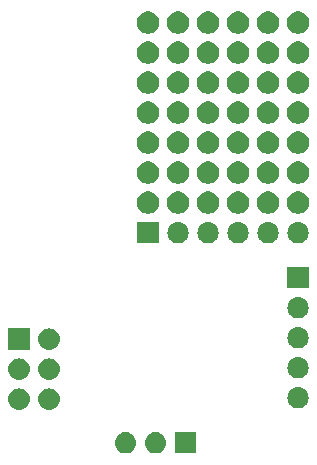
<source format=gbr>
G04 #@! TF.GenerationSoftware,KiCad,Pcbnew,5.1.2*
G04 #@! TF.CreationDate,2019-05-25T23:05:01-04:00*
G04 #@! TF.ProjectId,skateboardController,736b6174-6562-46f6-9172-64436f6e7472,rev?*
G04 #@! TF.SameCoordinates,Original*
G04 #@! TF.FileFunction,Soldermask,Bot*
G04 #@! TF.FilePolarity,Negative*
%FSLAX46Y46*%
G04 Gerber Fmt 4.6, Leading zero omitted, Abs format (unit mm)*
G04 Created by KiCad (PCBNEW 5.1.2) date 2019-05-25 23:05:01*
%MOMM*%
%LPD*%
G04 APERTURE LIST*
%ADD10C,0.100000*%
G04 APERTURE END LIST*
D10*
G36*
X84565442Y-115945518D02*
G01*
X84631627Y-115952037D01*
X84801466Y-116003557D01*
X84957991Y-116087222D01*
X84993729Y-116116552D01*
X85095186Y-116199814D01*
X85178448Y-116301271D01*
X85207778Y-116337009D01*
X85291443Y-116493534D01*
X85342963Y-116663373D01*
X85360359Y-116840000D01*
X85342963Y-117016627D01*
X85291443Y-117186466D01*
X85207778Y-117342991D01*
X85178448Y-117378729D01*
X85095186Y-117480186D01*
X84993729Y-117563448D01*
X84957991Y-117592778D01*
X84801466Y-117676443D01*
X84631627Y-117727963D01*
X84565442Y-117734482D01*
X84499260Y-117741000D01*
X84410740Y-117741000D01*
X84344558Y-117734482D01*
X84278373Y-117727963D01*
X84108534Y-117676443D01*
X83952009Y-117592778D01*
X83916271Y-117563448D01*
X83814814Y-117480186D01*
X83731552Y-117378729D01*
X83702222Y-117342991D01*
X83618557Y-117186466D01*
X83567037Y-117016627D01*
X83549641Y-116840000D01*
X83567037Y-116663373D01*
X83618557Y-116493534D01*
X83702222Y-116337009D01*
X83731552Y-116301271D01*
X83814814Y-116199814D01*
X83916271Y-116116552D01*
X83952009Y-116087222D01*
X84108534Y-116003557D01*
X84278373Y-115952037D01*
X84344558Y-115945518D01*
X84410740Y-115939000D01*
X84499260Y-115939000D01*
X84565442Y-115945518D01*
X84565442Y-115945518D01*
G37*
G36*
X90436000Y-117741000D02*
G01*
X88634000Y-117741000D01*
X88634000Y-115939000D01*
X90436000Y-115939000D01*
X90436000Y-117741000D01*
X90436000Y-117741000D01*
G37*
G36*
X87105442Y-115945518D02*
G01*
X87171627Y-115952037D01*
X87341466Y-116003557D01*
X87497991Y-116087222D01*
X87533729Y-116116552D01*
X87635186Y-116199814D01*
X87718448Y-116301271D01*
X87747778Y-116337009D01*
X87831443Y-116493534D01*
X87882963Y-116663373D01*
X87900359Y-116840000D01*
X87882963Y-117016627D01*
X87831443Y-117186466D01*
X87747778Y-117342991D01*
X87718448Y-117378729D01*
X87635186Y-117480186D01*
X87533729Y-117563448D01*
X87497991Y-117592778D01*
X87341466Y-117676443D01*
X87171627Y-117727963D01*
X87105442Y-117734482D01*
X87039260Y-117741000D01*
X86950740Y-117741000D01*
X86884558Y-117734482D01*
X86818373Y-117727963D01*
X86648534Y-117676443D01*
X86492009Y-117592778D01*
X86456271Y-117563448D01*
X86354814Y-117480186D01*
X86271552Y-117378729D01*
X86242222Y-117342991D01*
X86158557Y-117186466D01*
X86107037Y-117016627D01*
X86089641Y-116840000D01*
X86107037Y-116663373D01*
X86158557Y-116493534D01*
X86242222Y-116337009D01*
X86271552Y-116301271D01*
X86354814Y-116199814D01*
X86456271Y-116116552D01*
X86492009Y-116087222D01*
X86648534Y-116003557D01*
X86818373Y-115952037D01*
X86884558Y-115945518D01*
X86950740Y-115939000D01*
X87039260Y-115939000D01*
X87105442Y-115945518D01*
X87105442Y-115945518D01*
G37*
G36*
X78157294Y-112255633D02*
G01*
X78329695Y-112307931D01*
X78488583Y-112392858D01*
X78627849Y-112507151D01*
X78742142Y-112646417D01*
X78827069Y-112805305D01*
X78879367Y-112977706D01*
X78897025Y-113157000D01*
X78879367Y-113336294D01*
X78827069Y-113508695D01*
X78742142Y-113667583D01*
X78627849Y-113806849D01*
X78488583Y-113921142D01*
X78329695Y-114006069D01*
X78157294Y-114058367D01*
X78022931Y-114071600D01*
X77933069Y-114071600D01*
X77798706Y-114058367D01*
X77626305Y-114006069D01*
X77467417Y-113921142D01*
X77328151Y-113806849D01*
X77213858Y-113667583D01*
X77128931Y-113508695D01*
X77076633Y-113336294D01*
X77058975Y-113157000D01*
X77076633Y-112977706D01*
X77128931Y-112805305D01*
X77213858Y-112646417D01*
X77328151Y-112507151D01*
X77467417Y-112392858D01*
X77626305Y-112307931D01*
X77798706Y-112255633D01*
X77933069Y-112242400D01*
X78022931Y-112242400D01*
X78157294Y-112255633D01*
X78157294Y-112255633D01*
G37*
G36*
X75617294Y-112255633D02*
G01*
X75789695Y-112307931D01*
X75948583Y-112392858D01*
X76087849Y-112507151D01*
X76202142Y-112646417D01*
X76287069Y-112805305D01*
X76339367Y-112977706D01*
X76357025Y-113157000D01*
X76339367Y-113336294D01*
X76287069Y-113508695D01*
X76202142Y-113667583D01*
X76087849Y-113806849D01*
X75948583Y-113921142D01*
X75789695Y-114006069D01*
X75617294Y-114058367D01*
X75482931Y-114071600D01*
X75393069Y-114071600D01*
X75258706Y-114058367D01*
X75086305Y-114006069D01*
X74927417Y-113921142D01*
X74788151Y-113806849D01*
X74673858Y-113667583D01*
X74588931Y-113508695D01*
X74536633Y-113336294D01*
X74518975Y-113157000D01*
X74536633Y-112977706D01*
X74588931Y-112805305D01*
X74673858Y-112646417D01*
X74788151Y-112507151D01*
X74927417Y-112392858D01*
X75086305Y-112307931D01*
X75258706Y-112255633D01*
X75393069Y-112242400D01*
X75482931Y-112242400D01*
X75617294Y-112255633D01*
X75617294Y-112255633D01*
G37*
G36*
X99170443Y-112135519D02*
G01*
X99236627Y-112142037D01*
X99406466Y-112193557D01*
X99562991Y-112277222D01*
X99598729Y-112306552D01*
X99700186Y-112389814D01*
X99783448Y-112491271D01*
X99812778Y-112527009D01*
X99896443Y-112683534D01*
X99947963Y-112853373D01*
X99965359Y-113030000D01*
X99947963Y-113206627D01*
X99896443Y-113376466D01*
X99812778Y-113532991D01*
X99783448Y-113568729D01*
X99700186Y-113670186D01*
X99598729Y-113753448D01*
X99562991Y-113782778D01*
X99406466Y-113866443D01*
X99236627Y-113917963D01*
X99170443Y-113924481D01*
X99104260Y-113931000D01*
X99015740Y-113931000D01*
X98949557Y-113924481D01*
X98883373Y-113917963D01*
X98713534Y-113866443D01*
X98557009Y-113782778D01*
X98521271Y-113753448D01*
X98419814Y-113670186D01*
X98336552Y-113568729D01*
X98307222Y-113532991D01*
X98223557Y-113376466D01*
X98172037Y-113206627D01*
X98154641Y-113030000D01*
X98172037Y-112853373D01*
X98223557Y-112683534D01*
X98307222Y-112527009D01*
X98336552Y-112491271D01*
X98419814Y-112389814D01*
X98521271Y-112306552D01*
X98557009Y-112277222D01*
X98713534Y-112193557D01*
X98883373Y-112142037D01*
X98949557Y-112135519D01*
X99015740Y-112129000D01*
X99104260Y-112129000D01*
X99170443Y-112135519D01*
X99170443Y-112135519D01*
G37*
G36*
X78157294Y-109715633D02*
G01*
X78329695Y-109767931D01*
X78488583Y-109852858D01*
X78627849Y-109967151D01*
X78742142Y-110106417D01*
X78827069Y-110265305D01*
X78879367Y-110437706D01*
X78897025Y-110617000D01*
X78879367Y-110796294D01*
X78827069Y-110968695D01*
X78742142Y-111127583D01*
X78627849Y-111266849D01*
X78488583Y-111381142D01*
X78329695Y-111466069D01*
X78157294Y-111518367D01*
X78022931Y-111531600D01*
X77933069Y-111531600D01*
X77798706Y-111518367D01*
X77626305Y-111466069D01*
X77467417Y-111381142D01*
X77328151Y-111266849D01*
X77213858Y-111127583D01*
X77128931Y-110968695D01*
X77076633Y-110796294D01*
X77058975Y-110617000D01*
X77076633Y-110437706D01*
X77128931Y-110265305D01*
X77213858Y-110106417D01*
X77328151Y-109967151D01*
X77467417Y-109852858D01*
X77626305Y-109767931D01*
X77798706Y-109715633D01*
X77933069Y-109702400D01*
X78022931Y-109702400D01*
X78157294Y-109715633D01*
X78157294Y-109715633D01*
G37*
G36*
X75617294Y-109715633D02*
G01*
X75789695Y-109767931D01*
X75948583Y-109852858D01*
X76087849Y-109967151D01*
X76202142Y-110106417D01*
X76287069Y-110265305D01*
X76339367Y-110437706D01*
X76357025Y-110617000D01*
X76339367Y-110796294D01*
X76287069Y-110968695D01*
X76202142Y-111127583D01*
X76087849Y-111266849D01*
X75948583Y-111381142D01*
X75789695Y-111466069D01*
X75617294Y-111518367D01*
X75482931Y-111531600D01*
X75393069Y-111531600D01*
X75258706Y-111518367D01*
X75086305Y-111466069D01*
X74927417Y-111381142D01*
X74788151Y-111266849D01*
X74673858Y-111127583D01*
X74588931Y-110968695D01*
X74536633Y-110796294D01*
X74518975Y-110617000D01*
X74536633Y-110437706D01*
X74588931Y-110265305D01*
X74673858Y-110106417D01*
X74788151Y-109967151D01*
X74927417Y-109852858D01*
X75086305Y-109767931D01*
X75258706Y-109715633D01*
X75393069Y-109702400D01*
X75482931Y-109702400D01*
X75617294Y-109715633D01*
X75617294Y-109715633D01*
G37*
G36*
X99170442Y-109595518D02*
G01*
X99236627Y-109602037D01*
X99406466Y-109653557D01*
X99562991Y-109737222D01*
X99598729Y-109766552D01*
X99700186Y-109849814D01*
X99783448Y-109951271D01*
X99812778Y-109987009D01*
X99896443Y-110143534D01*
X99947963Y-110313373D01*
X99965359Y-110490000D01*
X99947963Y-110666627D01*
X99896443Y-110836466D01*
X99812778Y-110992991D01*
X99783448Y-111028729D01*
X99700186Y-111130186D01*
X99598729Y-111213448D01*
X99562991Y-111242778D01*
X99406466Y-111326443D01*
X99236627Y-111377963D01*
X99170443Y-111384481D01*
X99104260Y-111391000D01*
X99015740Y-111391000D01*
X98949557Y-111384481D01*
X98883373Y-111377963D01*
X98713534Y-111326443D01*
X98557009Y-111242778D01*
X98521271Y-111213448D01*
X98419814Y-111130186D01*
X98336552Y-111028729D01*
X98307222Y-110992991D01*
X98223557Y-110836466D01*
X98172037Y-110666627D01*
X98154641Y-110490000D01*
X98172037Y-110313373D01*
X98223557Y-110143534D01*
X98307222Y-109987009D01*
X98336552Y-109951271D01*
X98419814Y-109849814D01*
X98521271Y-109766552D01*
X98557009Y-109737222D01*
X98713534Y-109653557D01*
X98883373Y-109602037D01*
X98949558Y-109595518D01*
X99015740Y-109589000D01*
X99104260Y-109589000D01*
X99170442Y-109595518D01*
X99170442Y-109595518D01*
G37*
G36*
X78157294Y-107175633D02*
G01*
X78329695Y-107227931D01*
X78488583Y-107312858D01*
X78627849Y-107427151D01*
X78742142Y-107566417D01*
X78827069Y-107725305D01*
X78879367Y-107897706D01*
X78897025Y-108077000D01*
X78879367Y-108256294D01*
X78827069Y-108428695D01*
X78742142Y-108587583D01*
X78627849Y-108726849D01*
X78488583Y-108841142D01*
X78329695Y-108926069D01*
X78157294Y-108978367D01*
X78022931Y-108991600D01*
X77933069Y-108991600D01*
X77798706Y-108978367D01*
X77626305Y-108926069D01*
X77467417Y-108841142D01*
X77328151Y-108726849D01*
X77213858Y-108587583D01*
X77128931Y-108428695D01*
X77076633Y-108256294D01*
X77058975Y-108077000D01*
X77076633Y-107897706D01*
X77128931Y-107725305D01*
X77213858Y-107566417D01*
X77328151Y-107427151D01*
X77467417Y-107312858D01*
X77626305Y-107227931D01*
X77798706Y-107175633D01*
X77933069Y-107162400D01*
X78022931Y-107162400D01*
X78157294Y-107175633D01*
X78157294Y-107175633D01*
G37*
G36*
X76352600Y-108991600D02*
G01*
X74523400Y-108991600D01*
X74523400Y-107162400D01*
X76352600Y-107162400D01*
X76352600Y-108991600D01*
X76352600Y-108991600D01*
G37*
G36*
X99170442Y-107055518D02*
G01*
X99236627Y-107062037D01*
X99406466Y-107113557D01*
X99562991Y-107197222D01*
X99598729Y-107226552D01*
X99700186Y-107309814D01*
X99783448Y-107411271D01*
X99812778Y-107447009D01*
X99896443Y-107603534D01*
X99947963Y-107773373D01*
X99965359Y-107950000D01*
X99947963Y-108126627D01*
X99896443Y-108296466D01*
X99812778Y-108452991D01*
X99783448Y-108488729D01*
X99700186Y-108590186D01*
X99598729Y-108673448D01*
X99562991Y-108702778D01*
X99406466Y-108786443D01*
X99236627Y-108837963D01*
X99170442Y-108844482D01*
X99104260Y-108851000D01*
X99015740Y-108851000D01*
X98949558Y-108844482D01*
X98883373Y-108837963D01*
X98713534Y-108786443D01*
X98557009Y-108702778D01*
X98521271Y-108673448D01*
X98419814Y-108590186D01*
X98336552Y-108488729D01*
X98307222Y-108452991D01*
X98223557Y-108296466D01*
X98172037Y-108126627D01*
X98154641Y-107950000D01*
X98172037Y-107773373D01*
X98223557Y-107603534D01*
X98307222Y-107447009D01*
X98336552Y-107411271D01*
X98419814Y-107309814D01*
X98521271Y-107226552D01*
X98557009Y-107197222D01*
X98713534Y-107113557D01*
X98883373Y-107062037D01*
X98949558Y-107055518D01*
X99015740Y-107049000D01*
X99104260Y-107049000D01*
X99170442Y-107055518D01*
X99170442Y-107055518D01*
G37*
G36*
X99170443Y-104515519D02*
G01*
X99236627Y-104522037D01*
X99406466Y-104573557D01*
X99562991Y-104657222D01*
X99598729Y-104686552D01*
X99700186Y-104769814D01*
X99783448Y-104871271D01*
X99812778Y-104907009D01*
X99896443Y-105063534D01*
X99947963Y-105233373D01*
X99965359Y-105410000D01*
X99947963Y-105586627D01*
X99896443Y-105756466D01*
X99812778Y-105912991D01*
X99783448Y-105948729D01*
X99700186Y-106050186D01*
X99598729Y-106133448D01*
X99562991Y-106162778D01*
X99406466Y-106246443D01*
X99236627Y-106297963D01*
X99170442Y-106304482D01*
X99104260Y-106311000D01*
X99015740Y-106311000D01*
X98949558Y-106304482D01*
X98883373Y-106297963D01*
X98713534Y-106246443D01*
X98557009Y-106162778D01*
X98521271Y-106133448D01*
X98419814Y-106050186D01*
X98336552Y-105948729D01*
X98307222Y-105912991D01*
X98223557Y-105756466D01*
X98172037Y-105586627D01*
X98154641Y-105410000D01*
X98172037Y-105233373D01*
X98223557Y-105063534D01*
X98307222Y-104907009D01*
X98336552Y-104871271D01*
X98419814Y-104769814D01*
X98521271Y-104686552D01*
X98557009Y-104657222D01*
X98713534Y-104573557D01*
X98883373Y-104522037D01*
X98949557Y-104515519D01*
X99015740Y-104509000D01*
X99104260Y-104509000D01*
X99170443Y-104515519D01*
X99170443Y-104515519D01*
G37*
G36*
X99961000Y-103771000D02*
G01*
X98159000Y-103771000D01*
X98159000Y-101969000D01*
X99961000Y-101969000D01*
X99961000Y-103771000D01*
X99961000Y-103771000D01*
G37*
G36*
X96630443Y-98165519D02*
G01*
X96696627Y-98172037D01*
X96866466Y-98223557D01*
X97022991Y-98307222D01*
X97058729Y-98336552D01*
X97160186Y-98419814D01*
X97243448Y-98521271D01*
X97272778Y-98557009D01*
X97356443Y-98713534D01*
X97407963Y-98883373D01*
X97425359Y-99060000D01*
X97407963Y-99236627D01*
X97356443Y-99406466D01*
X97272778Y-99562991D01*
X97243448Y-99598729D01*
X97160186Y-99700186D01*
X97058729Y-99783448D01*
X97022991Y-99812778D01*
X96866466Y-99896443D01*
X96696627Y-99947963D01*
X96630443Y-99954481D01*
X96564260Y-99961000D01*
X96475740Y-99961000D01*
X96409557Y-99954481D01*
X96343373Y-99947963D01*
X96173534Y-99896443D01*
X96017009Y-99812778D01*
X95981271Y-99783448D01*
X95879814Y-99700186D01*
X95796552Y-99598729D01*
X95767222Y-99562991D01*
X95683557Y-99406466D01*
X95632037Y-99236627D01*
X95614641Y-99060000D01*
X95632037Y-98883373D01*
X95683557Y-98713534D01*
X95767222Y-98557009D01*
X95796552Y-98521271D01*
X95879814Y-98419814D01*
X95981271Y-98336552D01*
X96017009Y-98307222D01*
X96173534Y-98223557D01*
X96343373Y-98172037D01*
X96409557Y-98165519D01*
X96475740Y-98159000D01*
X96564260Y-98159000D01*
X96630443Y-98165519D01*
X96630443Y-98165519D01*
G37*
G36*
X99170443Y-98165519D02*
G01*
X99236627Y-98172037D01*
X99406466Y-98223557D01*
X99562991Y-98307222D01*
X99598729Y-98336552D01*
X99700186Y-98419814D01*
X99783448Y-98521271D01*
X99812778Y-98557009D01*
X99896443Y-98713534D01*
X99947963Y-98883373D01*
X99965359Y-99060000D01*
X99947963Y-99236627D01*
X99896443Y-99406466D01*
X99812778Y-99562991D01*
X99783448Y-99598729D01*
X99700186Y-99700186D01*
X99598729Y-99783448D01*
X99562991Y-99812778D01*
X99406466Y-99896443D01*
X99236627Y-99947963D01*
X99170443Y-99954481D01*
X99104260Y-99961000D01*
X99015740Y-99961000D01*
X98949557Y-99954481D01*
X98883373Y-99947963D01*
X98713534Y-99896443D01*
X98557009Y-99812778D01*
X98521271Y-99783448D01*
X98419814Y-99700186D01*
X98336552Y-99598729D01*
X98307222Y-99562991D01*
X98223557Y-99406466D01*
X98172037Y-99236627D01*
X98154641Y-99060000D01*
X98172037Y-98883373D01*
X98223557Y-98713534D01*
X98307222Y-98557009D01*
X98336552Y-98521271D01*
X98419814Y-98419814D01*
X98521271Y-98336552D01*
X98557009Y-98307222D01*
X98713534Y-98223557D01*
X98883373Y-98172037D01*
X98949557Y-98165519D01*
X99015740Y-98159000D01*
X99104260Y-98159000D01*
X99170443Y-98165519D01*
X99170443Y-98165519D01*
G37*
G36*
X94090443Y-98165519D02*
G01*
X94156627Y-98172037D01*
X94326466Y-98223557D01*
X94482991Y-98307222D01*
X94518729Y-98336552D01*
X94620186Y-98419814D01*
X94703448Y-98521271D01*
X94732778Y-98557009D01*
X94816443Y-98713534D01*
X94867963Y-98883373D01*
X94885359Y-99060000D01*
X94867963Y-99236627D01*
X94816443Y-99406466D01*
X94732778Y-99562991D01*
X94703448Y-99598729D01*
X94620186Y-99700186D01*
X94518729Y-99783448D01*
X94482991Y-99812778D01*
X94326466Y-99896443D01*
X94156627Y-99947963D01*
X94090443Y-99954481D01*
X94024260Y-99961000D01*
X93935740Y-99961000D01*
X93869557Y-99954481D01*
X93803373Y-99947963D01*
X93633534Y-99896443D01*
X93477009Y-99812778D01*
X93441271Y-99783448D01*
X93339814Y-99700186D01*
X93256552Y-99598729D01*
X93227222Y-99562991D01*
X93143557Y-99406466D01*
X93092037Y-99236627D01*
X93074641Y-99060000D01*
X93092037Y-98883373D01*
X93143557Y-98713534D01*
X93227222Y-98557009D01*
X93256552Y-98521271D01*
X93339814Y-98419814D01*
X93441271Y-98336552D01*
X93477009Y-98307222D01*
X93633534Y-98223557D01*
X93803373Y-98172037D01*
X93869557Y-98165519D01*
X93935740Y-98159000D01*
X94024260Y-98159000D01*
X94090443Y-98165519D01*
X94090443Y-98165519D01*
G37*
G36*
X91550443Y-98165519D02*
G01*
X91616627Y-98172037D01*
X91786466Y-98223557D01*
X91942991Y-98307222D01*
X91978729Y-98336552D01*
X92080186Y-98419814D01*
X92163448Y-98521271D01*
X92192778Y-98557009D01*
X92276443Y-98713534D01*
X92327963Y-98883373D01*
X92345359Y-99060000D01*
X92327963Y-99236627D01*
X92276443Y-99406466D01*
X92192778Y-99562991D01*
X92163448Y-99598729D01*
X92080186Y-99700186D01*
X91978729Y-99783448D01*
X91942991Y-99812778D01*
X91786466Y-99896443D01*
X91616627Y-99947963D01*
X91550443Y-99954481D01*
X91484260Y-99961000D01*
X91395740Y-99961000D01*
X91329557Y-99954481D01*
X91263373Y-99947963D01*
X91093534Y-99896443D01*
X90937009Y-99812778D01*
X90901271Y-99783448D01*
X90799814Y-99700186D01*
X90716552Y-99598729D01*
X90687222Y-99562991D01*
X90603557Y-99406466D01*
X90552037Y-99236627D01*
X90534641Y-99060000D01*
X90552037Y-98883373D01*
X90603557Y-98713534D01*
X90687222Y-98557009D01*
X90716552Y-98521271D01*
X90799814Y-98419814D01*
X90901271Y-98336552D01*
X90937009Y-98307222D01*
X91093534Y-98223557D01*
X91263373Y-98172037D01*
X91329557Y-98165519D01*
X91395740Y-98159000D01*
X91484260Y-98159000D01*
X91550443Y-98165519D01*
X91550443Y-98165519D01*
G37*
G36*
X89010443Y-98165519D02*
G01*
X89076627Y-98172037D01*
X89246466Y-98223557D01*
X89402991Y-98307222D01*
X89438729Y-98336552D01*
X89540186Y-98419814D01*
X89623448Y-98521271D01*
X89652778Y-98557009D01*
X89736443Y-98713534D01*
X89787963Y-98883373D01*
X89805359Y-99060000D01*
X89787963Y-99236627D01*
X89736443Y-99406466D01*
X89652778Y-99562991D01*
X89623448Y-99598729D01*
X89540186Y-99700186D01*
X89438729Y-99783448D01*
X89402991Y-99812778D01*
X89246466Y-99896443D01*
X89076627Y-99947963D01*
X89010443Y-99954481D01*
X88944260Y-99961000D01*
X88855740Y-99961000D01*
X88789557Y-99954481D01*
X88723373Y-99947963D01*
X88553534Y-99896443D01*
X88397009Y-99812778D01*
X88361271Y-99783448D01*
X88259814Y-99700186D01*
X88176552Y-99598729D01*
X88147222Y-99562991D01*
X88063557Y-99406466D01*
X88012037Y-99236627D01*
X87994641Y-99060000D01*
X88012037Y-98883373D01*
X88063557Y-98713534D01*
X88147222Y-98557009D01*
X88176552Y-98521271D01*
X88259814Y-98419814D01*
X88361271Y-98336552D01*
X88397009Y-98307222D01*
X88553534Y-98223557D01*
X88723373Y-98172037D01*
X88789557Y-98165519D01*
X88855740Y-98159000D01*
X88944260Y-98159000D01*
X89010443Y-98165519D01*
X89010443Y-98165519D01*
G37*
G36*
X87261000Y-99961000D02*
G01*
X85459000Y-99961000D01*
X85459000Y-98159000D01*
X87261000Y-98159000D01*
X87261000Y-99961000D01*
X87261000Y-99961000D01*
G37*
G36*
X99337395Y-95605546D02*
G01*
X99510466Y-95677234D01*
X99510467Y-95677235D01*
X99666227Y-95781310D01*
X99798690Y-95913773D01*
X99798691Y-95913775D01*
X99902766Y-96069534D01*
X99974454Y-96242605D01*
X100011000Y-96426333D01*
X100011000Y-96613667D01*
X99974454Y-96797395D01*
X99902766Y-96970466D01*
X99902765Y-96970467D01*
X99798690Y-97126227D01*
X99666227Y-97258690D01*
X99587818Y-97311081D01*
X99510466Y-97362766D01*
X99337395Y-97434454D01*
X99153667Y-97471000D01*
X98966333Y-97471000D01*
X98782605Y-97434454D01*
X98609534Y-97362766D01*
X98532182Y-97311081D01*
X98453773Y-97258690D01*
X98321310Y-97126227D01*
X98217235Y-96970467D01*
X98217234Y-96970466D01*
X98145546Y-96797395D01*
X98109000Y-96613667D01*
X98109000Y-96426333D01*
X98145546Y-96242605D01*
X98217234Y-96069534D01*
X98321309Y-95913775D01*
X98321310Y-95913773D01*
X98453773Y-95781310D01*
X98609533Y-95677235D01*
X98609534Y-95677234D01*
X98782605Y-95605546D01*
X98966333Y-95569000D01*
X99153667Y-95569000D01*
X99337395Y-95605546D01*
X99337395Y-95605546D01*
G37*
G36*
X96797395Y-95605546D02*
G01*
X96970466Y-95677234D01*
X96970467Y-95677235D01*
X97126227Y-95781310D01*
X97258690Y-95913773D01*
X97258691Y-95913775D01*
X97362766Y-96069534D01*
X97434454Y-96242605D01*
X97471000Y-96426333D01*
X97471000Y-96613667D01*
X97434454Y-96797395D01*
X97362766Y-96970466D01*
X97362765Y-96970467D01*
X97258690Y-97126227D01*
X97126227Y-97258690D01*
X97047818Y-97311081D01*
X96970466Y-97362766D01*
X96797395Y-97434454D01*
X96613667Y-97471000D01*
X96426333Y-97471000D01*
X96242605Y-97434454D01*
X96069534Y-97362766D01*
X95992182Y-97311081D01*
X95913773Y-97258690D01*
X95781310Y-97126227D01*
X95677235Y-96970467D01*
X95677234Y-96970466D01*
X95605546Y-96797395D01*
X95569000Y-96613667D01*
X95569000Y-96426333D01*
X95605546Y-96242605D01*
X95677234Y-96069534D01*
X95781309Y-95913775D01*
X95781310Y-95913773D01*
X95913773Y-95781310D01*
X96069533Y-95677235D01*
X96069534Y-95677234D01*
X96242605Y-95605546D01*
X96426333Y-95569000D01*
X96613667Y-95569000D01*
X96797395Y-95605546D01*
X96797395Y-95605546D01*
G37*
G36*
X94257395Y-95605546D02*
G01*
X94430466Y-95677234D01*
X94430467Y-95677235D01*
X94586227Y-95781310D01*
X94718690Y-95913773D01*
X94718691Y-95913775D01*
X94822766Y-96069534D01*
X94894454Y-96242605D01*
X94931000Y-96426333D01*
X94931000Y-96613667D01*
X94894454Y-96797395D01*
X94822766Y-96970466D01*
X94822765Y-96970467D01*
X94718690Y-97126227D01*
X94586227Y-97258690D01*
X94507818Y-97311081D01*
X94430466Y-97362766D01*
X94257395Y-97434454D01*
X94073667Y-97471000D01*
X93886333Y-97471000D01*
X93702605Y-97434454D01*
X93529534Y-97362766D01*
X93452182Y-97311081D01*
X93373773Y-97258690D01*
X93241310Y-97126227D01*
X93137235Y-96970467D01*
X93137234Y-96970466D01*
X93065546Y-96797395D01*
X93029000Y-96613667D01*
X93029000Y-96426333D01*
X93065546Y-96242605D01*
X93137234Y-96069534D01*
X93241309Y-95913775D01*
X93241310Y-95913773D01*
X93373773Y-95781310D01*
X93529533Y-95677235D01*
X93529534Y-95677234D01*
X93702605Y-95605546D01*
X93886333Y-95569000D01*
X94073667Y-95569000D01*
X94257395Y-95605546D01*
X94257395Y-95605546D01*
G37*
G36*
X91717395Y-95605546D02*
G01*
X91890466Y-95677234D01*
X91890467Y-95677235D01*
X92046227Y-95781310D01*
X92178690Y-95913773D01*
X92178691Y-95913775D01*
X92282766Y-96069534D01*
X92354454Y-96242605D01*
X92391000Y-96426333D01*
X92391000Y-96613667D01*
X92354454Y-96797395D01*
X92282766Y-96970466D01*
X92282765Y-96970467D01*
X92178690Y-97126227D01*
X92046227Y-97258690D01*
X91967818Y-97311081D01*
X91890466Y-97362766D01*
X91717395Y-97434454D01*
X91533667Y-97471000D01*
X91346333Y-97471000D01*
X91162605Y-97434454D01*
X90989534Y-97362766D01*
X90912182Y-97311081D01*
X90833773Y-97258690D01*
X90701310Y-97126227D01*
X90597235Y-96970467D01*
X90597234Y-96970466D01*
X90525546Y-96797395D01*
X90489000Y-96613667D01*
X90489000Y-96426333D01*
X90525546Y-96242605D01*
X90597234Y-96069534D01*
X90701309Y-95913775D01*
X90701310Y-95913773D01*
X90833773Y-95781310D01*
X90989533Y-95677235D01*
X90989534Y-95677234D01*
X91162605Y-95605546D01*
X91346333Y-95569000D01*
X91533667Y-95569000D01*
X91717395Y-95605546D01*
X91717395Y-95605546D01*
G37*
G36*
X89177395Y-95605546D02*
G01*
X89350466Y-95677234D01*
X89350467Y-95677235D01*
X89506227Y-95781310D01*
X89638690Y-95913773D01*
X89638691Y-95913775D01*
X89742766Y-96069534D01*
X89814454Y-96242605D01*
X89851000Y-96426333D01*
X89851000Y-96613667D01*
X89814454Y-96797395D01*
X89742766Y-96970466D01*
X89742765Y-96970467D01*
X89638690Y-97126227D01*
X89506227Y-97258690D01*
X89427818Y-97311081D01*
X89350466Y-97362766D01*
X89177395Y-97434454D01*
X88993667Y-97471000D01*
X88806333Y-97471000D01*
X88622605Y-97434454D01*
X88449534Y-97362766D01*
X88372182Y-97311081D01*
X88293773Y-97258690D01*
X88161310Y-97126227D01*
X88057235Y-96970467D01*
X88057234Y-96970466D01*
X87985546Y-96797395D01*
X87949000Y-96613667D01*
X87949000Y-96426333D01*
X87985546Y-96242605D01*
X88057234Y-96069534D01*
X88161309Y-95913775D01*
X88161310Y-95913773D01*
X88293773Y-95781310D01*
X88449533Y-95677235D01*
X88449534Y-95677234D01*
X88622605Y-95605546D01*
X88806333Y-95569000D01*
X88993667Y-95569000D01*
X89177395Y-95605546D01*
X89177395Y-95605546D01*
G37*
G36*
X86637395Y-95605546D02*
G01*
X86810466Y-95677234D01*
X86810467Y-95677235D01*
X86966227Y-95781310D01*
X87098690Y-95913773D01*
X87098691Y-95913775D01*
X87202766Y-96069534D01*
X87274454Y-96242605D01*
X87311000Y-96426333D01*
X87311000Y-96613667D01*
X87274454Y-96797395D01*
X87202766Y-96970466D01*
X87202765Y-96970467D01*
X87098690Y-97126227D01*
X86966227Y-97258690D01*
X86887818Y-97311081D01*
X86810466Y-97362766D01*
X86637395Y-97434454D01*
X86453667Y-97471000D01*
X86266333Y-97471000D01*
X86082605Y-97434454D01*
X85909534Y-97362766D01*
X85832182Y-97311081D01*
X85753773Y-97258690D01*
X85621310Y-97126227D01*
X85517235Y-96970467D01*
X85517234Y-96970466D01*
X85445546Y-96797395D01*
X85409000Y-96613667D01*
X85409000Y-96426333D01*
X85445546Y-96242605D01*
X85517234Y-96069534D01*
X85621309Y-95913775D01*
X85621310Y-95913773D01*
X85753773Y-95781310D01*
X85909533Y-95677235D01*
X85909534Y-95677234D01*
X86082605Y-95605546D01*
X86266333Y-95569000D01*
X86453667Y-95569000D01*
X86637395Y-95605546D01*
X86637395Y-95605546D01*
G37*
G36*
X99337395Y-93065546D02*
G01*
X99510466Y-93137234D01*
X99510467Y-93137235D01*
X99666227Y-93241310D01*
X99798690Y-93373773D01*
X99798691Y-93373775D01*
X99902766Y-93529534D01*
X99974454Y-93702605D01*
X100011000Y-93886333D01*
X100011000Y-94073667D01*
X99974454Y-94257395D01*
X99902766Y-94430466D01*
X99902765Y-94430467D01*
X99798690Y-94586227D01*
X99666227Y-94718690D01*
X99587818Y-94771081D01*
X99510466Y-94822766D01*
X99337395Y-94894454D01*
X99153667Y-94931000D01*
X98966333Y-94931000D01*
X98782605Y-94894454D01*
X98609534Y-94822766D01*
X98532182Y-94771081D01*
X98453773Y-94718690D01*
X98321310Y-94586227D01*
X98217235Y-94430467D01*
X98217234Y-94430466D01*
X98145546Y-94257395D01*
X98109000Y-94073667D01*
X98109000Y-93886333D01*
X98145546Y-93702605D01*
X98217234Y-93529534D01*
X98321309Y-93373775D01*
X98321310Y-93373773D01*
X98453773Y-93241310D01*
X98609533Y-93137235D01*
X98609534Y-93137234D01*
X98782605Y-93065546D01*
X98966333Y-93029000D01*
X99153667Y-93029000D01*
X99337395Y-93065546D01*
X99337395Y-93065546D01*
G37*
G36*
X94257395Y-93065546D02*
G01*
X94430466Y-93137234D01*
X94430467Y-93137235D01*
X94586227Y-93241310D01*
X94718690Y-93373773D01*
X94718691Y-93373775D01*
X94822766Y-93529534D01*
X94894454Y-93702605D01*
X94931000Y-93886333D01*
X94931000Y-94073667D01*
X94894454Y-94257395D01*
X94822766Y-94430466D01*
X94822765Y-94430467D01*
X94718690Y-94586227D01*
X94586227Y-94718690D01*
X94507818Y-94771081D01*
X94430466Y-94822766D01*
X94257395Y-94894454D01*
X94073667Y-94931000D01*
X93886333Y-94931000D01*
X93702605Y-94894454D01*
X93529534Y-94822766D01*
X93452182Y-94771081D01*
X93373773Y-94718690D01*
X93241310Y-94586227D01*
X93137235Y-94430467D01*
X93137234Y-94430466D01*
X93065546Y-94257395D01*
X93029000Y-94073667D01*
X93029000Y-93886333D01*
X93065546Y-93702605D01*
X93137234Y-93529534D01*
X93241309Y-93373775D01*
X93241310Y-93373773D01*
X93373773Y-93241310D01*
X93529533Y-93137235D01*
X93529534Y-93137234D01*
X93702605Y-93065546D01*
X93886333Y-93029000D01*
X94073667Y-93029000D01*
X94257395Y-93065546D01*
X94257395Y-93065546D01*
G37*
G36*
X91717395Y-93065546D02*
G01*
X91890466Y-93137234D01*
X91890467Y-93137235D01*
X92046227Y-93241310D01*
X92178690Y-93373773D01*
X92178691Y-93373775D01*
X92282766Y-93529534D01*
X92354454Y-93702605D01*
X92391000Y-93886333D01*
X92391000Y-94073667D01*
X92354454Y-94257395D01*
X92282766Y-94430466D01*
X92282765Y-94430467D01*
X92178690Y-94586227D01*
X92046227Y-94718690D01*
X91967818Y-94771081D01*
X91890466Y-94822766D01*
X91717395Y-94894454D01*
X91533667Y-94931000D01*
X91346333Y-94931000D01*
X91162605Y-94894454D01*
X90989534Y-94822766D01*
X90912182Y-94771081D01*
X90833773Y-94718690D01*
X90701310Y-94586227D01*
X90597235Y-94430467D01*
X90597234Y-94430466D01*
X90525546Y-94257395D01*
X90489000Y-94073667D01*
X90489000Y-93886333D01*
X90525546Y-93702605D01*
X90597234Y-93529534D01*
X90701309Y-93373775D01*
X90701310Y-93373773D01*
X90833773Y-93241310D01*
X90989533Y-93137235D01*
X90989534Y-93137234D01*
X91162605Y-93065546D01*
X91346333Y-93029000D01*
X91533667Y-93029000D01*
X91717395Y-93065546D01*
X91717395Y-93065546D01*
G37*
G36*
X86637395Y-93065546D02*
G01*
X86810466Y-93137234D01*
X86810467Y-93137235D01*
X86966227Y-93241310D01*
X87098690Y-93373773D01*
X87098691Y-93373775D01*
X87202766Y-93529534D01*
X87274454Y-93702605D01*
X87311000Y-93886333D01*
X87311000Y-94073667D01*
X87274454Y-94257395D01*
X87202766Y-94430466D01*
X87202765Y-94430467D01*
X87098690Y-94586227D01*
X86966227Y-94718690D01*
X86887818Y-94771081D01*
X86810466Y-94822766D01*
X86637395Y-94894454D01*
X86453667Y-94931000D01*
X86266333Y-94931000D01*
X86082605Y-94894454D01*
X85909534Y-94822766D01*
X85832182Y-94771081D01*
X85753773Y-94718690D01*
X85621310Y-94586227D01*
X85517235Y-94430467D01*
X85517234Y-94430466D01*
X85445546Y-94257395D01*
X85409000Y-94073667D01*
X85409000Y-93886333D01*
X85445546Y-93702605D01*
X85517234Y-93529534D01*
X85621309Y-93373775D01*
X85621310Y-93373773D01*
X85753773Y-93241310D01*
X85909533Y-93137235D01*
X85909534Y-93137234D01*
X86082605Y-93065546D01*
X86266333Y-93029000D01*
X86453667Y-93029000D01*
X86637395Y-93065546D01*
X86637395Y-93065546D01*
G37*
G36*
X96797395Y-93065546D02*
G01*
X96970466Y-93137234D01*
X96970467Y-93137235D01*
X97126227Y-93241310D01*
X97258690Y-93373773D01*
X97258691Y-93373775D01*
X97362766Y-93529534D01*
X97434454Y-93702605D01*
X97471000Y-93886333D01*
X97471000Y-94073667D01*
X97434454Y-94257395D01*
X97362766Y-94430466D01*
X97362765Y-94430467D01*
X97258690Y-94586227D01*
X97126227Y-94718690D01*
X97047818Y-94771081D01*
X96970466Y-94822766D01*
X96797395Y-94894454D01*
X96613667Y-94931000D01*
X96426333Y-94931000D01*
X96242605Y-94894454D01*
X96069534Y-94822766D01*
X95992182Y-94771081D01*
X95913773Y-94718690D01*
X95781310Y-94586227D01*
X95677235Y-94430467D01*
X95677234Y-94430466D01*
X95605546Y-94257395D01*
X95569000Y-94073667D01*
X95569000Y-93886333D01*
X95605546Y-93702605D01*
X95677234Y-93529534D01*
X95781309Y-93373775D01*
X95781310Y-93373773D01*
X95913773Y-93241310D01*
X96069533Y-93137235D01*
X96069534Y-93137234D01*
X96242605Y-93065546D01*
X96426333Y-93029000D01*
X96613667Y-93029000D01*
X96797395Y-93065546D01*
X96797395Y-93065546D01*
G37*
G36*
X89177395Y-93065546D02*
G01*
X89350466Y-93137234D01*
X89350467Y-93137235D01*
X89506227Y-93241310D01*
X89638690Y-93373773D01*
X89638691Y-93373775D01*
X89742766Y-93529534D01*
X89814454Y-93702605D01*
X89851000Y-93886333D01*
X89851000Y-94073667D01*
X89814454Y-94257395D01*
X89742766Y-94430466D01*
X89742765Y-94430467D01*
X89638690Y-94586227D01*
X89506227Y-94718690D01*
X89427818Y-94771081D01*
X89350466Y-94822766D01*
X89177395Y-94894454D01*
X88993667Y-94931000D01*
X88806333Y-94931000D01*
X88622605Y-94894454D01*
X88449534Y-94822766D01*
X88372182Y-94771081D01*
X88293773Y-94718690D01*
X88161310Y-94586227D01*
X88057235Y-94430467D01*
X88057234Y-94430466D01*
X87985546Y-94257395D01*
X87949000Y-94073667D01*
X87949000Y-93886333D01*
X87985546Y-93702605D01*
X88057234Y-93529534D01*
X88161309Y-93373775D01*
X88161310Y-93373773D01*
X88293773Y-93241310D01*
X88449533Y-93137235D01*
X88449534Y-93137234D01*
X88622605Y-93065546D01*
X88806333Y-93029000D01*
X88993667Y-93029000D01*
X89177395Y-93065546D01*
X89177395Y-93065546D01*
G37*
G36*
X96797395Y-90525546D02*
G01*
X96970466Y-90597234D01*
X96970467Y-90597235D01*
X97126227Y-90701310D01*
X97258690Y-90833773D01*
X97258691Y-90833775D01*
X97362766Y-90989534D01*
X97434454Y-91162605D01*
X97471000Y-91346333D01*
X97471000Y-91533667D01*
X97434454Y-91717395D01*
X97362766Y-91890466D01*
X97362765Y-91890467D01*
X97258690Y-92046227D01*
X97126227Y-92178690D01*
X97047818Y-92231081D01*
X96970466Y-92282766D01*
X96797395Y-92354454D01*
X96613667Y-92391000D01*
X96426333Y-92391000D01*
X96242605Y-92354454D01*
X96069534Y-92282766D01*
X95992182Y-92231081D01*
X95913773Y-92178690D01*
X95781310Y-92046227D01*
X95677235Y-91890467D01*
X95677234Y-91890466D01*
X95605546Y-91717395D01*
X95569000Y-91533667D01*
X95569000Y-91346333D01*
X95605546Y-91162605D01*
X95677234Y-90989534D01*
X95781309Y-90833775D01*
X95781310Y-90833773D01*
X95913773Y-90701310D01*
X96069533Y-90597235D01*
X96069534Y-90597234D01*
X96242605Y-90525546D01*
X96426333Y-90489000D01*
X96613667Y-90489000D01*
X96797395Y-90525546D01*
X96797395Y-90525546D01*
G37*
G36*
X86637395Y-90525546D02*
G01*
X86810466Y-90597234D01*
X86810467Y-90597235D01*
X86966227Y-90701310D01*
X87098690Y-90833773D01*
X87098691Y-90833775D01*
X87202766Y-90989534D01*
X87274454Y-91162605D01*
X87311000Y-91346333D01*
X87311000Y-91533667D01*
X87274454Y-91717395D01*
X87202766Y-91890466D01*
X87202765Y-91890467D01*
X87098690Y-92046227D01*
X86966227Y-92178690D01*
X86887818Y-92231081D01*
X86810466Y-92282766D01*
X86637395Y-92354454D01*
X86453667Y-92391000D01*
X86266333Y-92391000D01*
X86082605Y-92354454D01*
X85909534Y-92282766D01*
X85832182Y-92231081D01*
X85753773Y-92178690D01*
X85621310Y-92046227D01*
X85517235Y-91890467D01*
X85517234Y-91890466D01*
X85445546Y-91717395D01*
X85409000Y-91533667D01*
X85409000Y-91346333D01*
X85445546Y-91162605D01*
X85517234Y-90989534D01*
X85621309Y-90833775D01*
X85621310Y-90833773D01*
X85753773Y-90701310D01*
X85909533Y-90597235D01*
X85909534Y-90597234D01*
X86082605Y-90525546D01*
X86266333Y-90489000D01*
X86453667Y-90489000D01*
X86637395Y-90525546D01*
X86637395Y-90525546D01*
G37*
G36*
X89177395Y-90525546D02*
G01*
X89350466Y-90597234D01*
X89350467Y-90597235D01*
X89506227Y-90701310D01*
X89638690Y-90833773D01*
X89638691Y-90833775D01*
X89742766Y-90989534D01*
X89814454Y-91162605D01*
X89851000Y-91346333D01*
X89851000Y-91533667D01*
X89814454Y-91717395D01*
X89742766Y-91890466D01*
X89742765Y-91890467D01*
X89638690Y-92046227D01*
X89506227Y-92178690D01*
X89427818Y-92231081D01*
X89350466Y-92282766D01*
X89177395Y-92354454D01*
X88993667Y-92391000D01*
X88806333Y-92391000D01*
X88622605Y-92354454D01*
X88449534Y-92282766D01*
X88372182Y-92231081D01*
X88293773Y-92178690D01*
X88161310Y-92046227D01*
X88057235Y-91890467D01*
X88057234Y-91890466D01*
X87985546Y-91717395D01*
X87949000Y-91533667D01*
X87949000Y-91346333D01*
X87985546Y-91162605D01*
X88057234Y-90989534D01*
X88161309Y-90833775D01*
X88161310Y-90833773D01*
X88293773Y-90701310D01*
X88449533Y-90597235D01*
X88449534Y-90597234D01*
X88622605Y-90525546D01*
X88806333Y-90489000D01*
X88993667Y-90489000D01*
X89177395Y-90525546D01*
X89177395Y-90525546D01*
G37*
G36*
X91717395Y-90525546D02*
G01*
X91890466Y-90597234D01*
X91890467Y-90597235D01*
X92046227Y-90701310D01*
X92178690Y-90833773D01*
X92178691Y-90833775D01*
X92282766Y-90989534D01*
X92354454Y-91162605D01*
X92391000Y-91346333D01*
X92391000Y-91533667D01*
X92354454Y-91717395D01*
X92282766Y-91890466D01*
X92282765Y-91890467D01*
X92178690Y-92046227D01*
X92046227Y-92178690D01*
X91967818Y-92231081D01*
X91890466Y-92282766D01*
X91717395Y-92354454D01*
X91533667Y-92391000D01*
X91346333Y-92391000D01*
X91162605Y-92354454D01*
X90989534Y-92282766D01*
X90912182Y-92231081D01*
X90833773Y-92178690D01*
X90701310Y-92046227D01*
X90597235Y-91890467D01*
X90597234Y-91890466D01*
X90525546Y-91717395D01*
X90489000Y-91533667D01*
X90489000Y-91346333D01*
X90525546Y-91162605D01*
X90597234Y-90989534D01*
X90701309Y-90833775D01*
X90701310Y-90833773D01*
X90833773Y-90701310D01*
X90989533Y-90597235D01*
X90989534Y-90597234D01*
X91162605Y-90525546D01*
X91346333Y-90489000D01*
X91533667Y-90489000D01*
X91717395Y-90525546D01*
X91717395Y-90525546D01*
G37*
G36*
X94257395Y-90525546D02*
G01*
X94430466Y-90597234D01*
X94430467Y-90597235D01*
X94586227Y-90701310D01*
X94718690Y-90833773D01*
X94718691Y-90833775D01*
X94822766Y-90989534D01*
X94894454Y-91162605D01*
X94931000Y-91346333D01*
X94931000Y-91533667D01*
X94894454Y-91717395D01*
X94822766Y-91890466D01*
X94822765Y-91890467D01*
X94718690Y-92046227D01*
X94586227Y-92178690D01*
X94507818Y-92231081D01*
X94430466Y-92282766D01*
X94257395Y-92354454D01*
X94073667Y-92391000D01*
X93886333Y-92391000D01*
X93702605Y-92354454D01*
X93529534Y-92282766D01*
X93452182Y-92231081D01*
X93373773Y-92178690D01*
X93241310Y-92046227D01*
X93137235Y-91890467D01*
X93137234Y-91890466D01*
X93065546Y-91717395D01*
X93029000Y-91533667D01*
X93029000Y-91346333D01*
X93065546Y-91162605D01*
X93137234Y-90989534D01*
X93241309Y-90833775D01*
X93241310Y-90833773D01*
X93373773Y-90701310D01*
X93529533Y-90597235D01*
X93529534Y-90597234D01*
X93702605Y-90525546D01*
X93886333Y-90489000D01*
X94073667Y-90489000D01*
X94257395Y-90525546D01*
X94257395Y-90525546D01*
G37*
G36*
X99337395Y-90525546D02*
G01*
X99510466Y-90597234D01*
X99510467Y-90597235D01*
X99666227Y-90701310D01*
X99798690Y-90833773D01*
X99798691Y-90833775D01*
X99902766Y-90989534D01*
X99974454Y-91162605D01*
X100011000Y-91346333D01*
X100011000Y-91533667D01*
X99974454Y-91717395D01*
X99902766Y-91890466D01*
X99902765Y-91890467D01*
X99798690Y-92046227D01*
X99666227Y-92178690D01*
X99587818Y-92231081D01*
X99510466Y-92282766D01*
X99337395Y-92354454D01*
X99153667Y-92391000D01*
X98966333Y-92391000D01*
X98782605Y-92354454D01*
X98609534Y-92282766D01*
X98532182Y-92231081D01*
X98453773Y-92178690D01*
X98321310Y-92046227D01*
X98217235Y-91890467D01*
X98217234Y-91890466D01*
X98145546Y-91717395D01*
X98109000Y-91533667D01*
X98109000Y-91346333D01*
X98145546Y-91162605D01*
X98217234Y-90989534D01*
X98321309Y-90833775D01*
X98321310Y-90833773D01*
X98453773Y-90701310D01*
X98609533Y-90597235D01*
X98609534Y-90597234D01*
X98782605Y-90525546D01*
X98966333Y-90489000D01*
X99153667Y-90489000D01*
X99337395Y-90525546D01*
X99337395Y-90525546D01*
G37*
G36*
X99337395Y-87985546D02*
G01*
X99510466Y-88057234D01*
X99510467Y-88057235D01*
X99666227Y-88161310D01*
X99798690Y-88293773D01*
X99798691Y-88293775D01*
X99902766Y-88449534D01*
X99974454Y-88622605D01*
X100011000Y-88806333D01*
X100011000Y-88993667D01*
X99974454Y-89177395D01*
X99902766Y-89350466D01*
X99902765Y-89350467D01*
X99798690Y-89506227D01*
X99666227Y-89638690D01*
X99587818Y-89691081D01*
X99510466Y-89742766D01*
X99337395Y-89814454D01*
X99153667Y-89851000D01*
X98966333Y-89851000D01*
X98782605Y-89814454D01*
X98609534Y-89742766D01*
X98532182Y-89691081D01*
X98453773Y-89638690D01*
X98321310Y-89506227D01*
X98217235Y-89350467D01*
X98217234Y-89350466D01*
X98145546Y-89177395D01*
X98109000Y-88993667D01*
X98109000Y-88806333D01*
X98145546Y-88622605D01*
X98217234Y-88449534D01*
X98321309Y-88293775D01*
X98321310Y-88293773D01*
X98453773Y-88161310D01*
X98609533Y-88057235D01*
X98609534Y-88057234D01*
X98782605Y-87985546D01*
X98966333Y-87949000D01*
X99153667Y-87949000D01*
X99337395Y-87985546D01*
X99337395Y-87985546D01*
G37*
G36*
X96797395Y-87985546D02*
G01*
X96970466Y-88057234D01*
X96970467Y-88057235D01*
X97126227Y-88161310D01*
X97258690Y-88293773D01*
X97258691Y-88293775D01*
X97362766Y-88449534D01*
X97434454Y-88622605D01*
X97471000Y-88806333D01*
X97471000Y-88993667D01*
X97434454Y-89177395D01*
X97362766Y-89350466D01*
X97362765Y-89350467D01*
X97258690Y-89506227D01*
X97126227Y-89638690D01*
X97047818Y-89691081D01*
X96970466Y-89742766D01*
X96797395Y-89814454D01*
X96613667Y-89851000D01*
X96426333Y-89851000D01*
X96242605Y-89814454D01*
X96069534Y-89742766D01*
X95992182Y-89691081D01*
X95913773Y-89638690D01*
X95781310Y-89506227D01*
X95677235Y-89350467D01*
X95677234Y-89350466D01*
X95605546Y-89177395D01*
X95569000Y-88993667D01*
X95569000Y-88806333D01*
X95605546Y-88622605D01*
X95677234Y-88449534D01*
X95781309Y-88293775D01*
X95781310Y-88293773D01*
X95913773Y-88161310D01*
X96069533Y-88057235D01*
X96069534Y-88057234D01*
X96242605Y-87985546D01*
X96426333Y-87949000D01*
X96613667Y-87949000D01*
X96797395Y-87985546D01*
X96797395Y-87985546D01*
G37*
G36*
X94257395Y-87985546D02*
G01*
X94430466Y-88057234D01*
X94430467Y-88057235D01*
X94586227Y-88161310D01*
X94718690Y-88293773D01*
X94718691Y-88293775D01*
X94822766Y-88449534D01*
X94894454Y-88622605D01*
X94931000Y-88806333D01*
X94931000Y-88993667D01*
X94894454Y-89177395D01*
X94822766Y-89350466D01*
X94822765Y-89350467D01*
X94718690Y-89506227D01*
X94586227Y-89638690D01*
X94507818Y-89691081D01*
X94430466Y-89742766D01*
X94257395Y-89814454D01*
X94073667Y-89851000D01*
X93886333Y-89851000D01*
X93702605Y-89814454D01*
X93529534Y-89742766D01*
X93452182Y-89691081D01*
X93373773Y-89638690D01*
X93241310Y-89506227D01*
X93137235Y-89350467D01*
X93137234Y-89350466D01*
X93065546Y-89177395D01*
X93029000Y-88993667D01*
X93029000Y-88806333D01*
X93065546Y-88622605D01*
X93137234Y-88449534D01*
X93241309Y-88293775D01*
X93241310Y-88293773D01*
X93373773Y-88161310D01*
X93529533Y-88057235D01*
X93529534Y-88057234D01*
X93702605Y-87985546D01*
X93886333Y-87949000D01*
X94073667Y-87949000D01*
X94257395Y-87985546D01*
X94257395Y-87985546D01*
G37*
G36*
X91717395Y-87985546D02*
G01*
X91890466Y-88057234D01*
X91890467Y-88057235D01*
X92046227Y-88161310D01*
X92178690Y-88293773D01*
X92178691Y-88293775D01*
X92282766Y-88449534D01*
X92354454Y-88622605D01*
X92391000Y-88806333D01*
X92391000Y-88993667D01*
X92354454Y-89177395D01*
X92282766Y-89350466D01*
X92282765Y-89350467D01*
X92178690Y-89506227D01*
X92046227Y-89638690D01*
X91967818Y-89691081D01*
X91890466Y-89742766D01*
X91717395Y-89814454D01*
X91533667Y-89851000D01*
X91346333Y-89851000D01*
X91162605Y-89814454D01*
X90989534Y-89742766D01*
X90912182Y-89691081D01*
X90833773Y-89638690D01*
X90701310Y-89506227D01*
X90597235Y-89350467D01*
X90597234Y-89350466D01*
X90525546Y-89177395D01*
X90489000Y-88993667D01*
X90489000Y-88806333D01*
X90525546Y-88622605D01*
X90597234Y-88449534D01*
X90701309Y-88293775D01*
X90701310Y-88293773D01*
X90833773Y-88161310D01*
X90989533Y-88057235D01*
X90989534Y-88057234D01*
X91162605Y-87985546D01*
X91346333Y-87949000D01*
X91533667Y-87949000D01*
X91717395Y-87985546D01*
X91717395Y-87985546D01*
G37*
G36*
X89177395Y-87985546D02*
G01*
X89350466Y-88057234D01*
X89350467Y-88057235D01*
X89506227Y-88161310D01*
X89638690Y-88293773D01*
X89638691Y-88293775D01*
X89742766Y-88449534D01*
X89814454Y-88622605D01*
X89851000Y-88806333D01*
X89851000Y-88993667D01*
X89814454Y-89177395D01*
X89742766Y-89350466D01*
X89742765Y-89350467D01*
X89638690Y-89506227D01*
X89506227Y-89638690D01*
X89427818Y-89691081D01*
X89350466Y-89742766D01*
X89177395Y-89814454D01*
X88993667Y-89851000D01*
X88806333Y-89851000D01*
X88622605Y-89814454D01*
X88449534Y-89742766D01*
X88372182Y-89691081D01*
X88293773Y-89638690D01*
X88161310Y-89506227D01*
X88057235Y-89350467D01*
X88057234Y-89350466D01*
X87985546Y-89177395D01*
X87949000Y-88993667D01*
X87949000Y-88806333D01*
X87985546Y-88622605D01*
X88057234Y-88449534D01*
X88161309Y-88293775D01*
X88161310Y-88293773D01*
X88293773Y-88161310D01*
X88449533Y-88057235D01*
X88449534Y-88057234D01*
X88622605Y-87985546D01*
X88806333Y-87949000D01*
X88993667Y-87949000D01*
X89177395Y-87985546D01*
X89177395Y-87985546D01*
G37*
G36*
X86637395Y-87985546D02*
G01*
X86810466Y-88057234D01*
X86810467Y-88057235D01*
X86966227Y-88161310D01*
X87098690Y-88293773D01*
X87098691Y-88293775D01*
X87202766Y-88449534D01*
X87274454Y-88622605D01*
X87311000Y-88806333D01*
X87311000Y-88993667D01*
X87274454Y-89177395D01*
X87202766Y-89350466D01*
X87202765Y-89350467D01*
X87098690Y-89506227D01*
X86966227Y-89638690D01*
X86887818Y-89691081D01*
X86810466Y-89742766D01*
X86637395Y-89814454D01*
X86453667Y-89851000D01*
X86266333Y-89851000D01*
X86082605Y-89814454D01*
X85909534Y-89742766D01*
X85832182Y-89691081D01*
X85753773Y-89638690D01*
X85621310Y-89506227D01*
X85517235Y-89350467D01*
X85517234Y-89350466D01*
X85445546Y-89177395D01*
X85409000Y-88993667D01*
X85409000Y-88806333D01*
X85445546Y-88622605D01*
X85517234Y-88449534D01*
X85621309Y-88293775D01*
X85621310Y-88293773D01*
X85753773Y-88161310D01*
X85909533Y-88057235D01*
X85909534Y-88057234D01*
X86082605Y-87985546D01*
X86266333Y-87949000D01*
X86453667Y-87949000D01*
X86637395Y-87985546D01*
X86637395Y-87985546D01*
G37*
G36*
X91717395Y-85445546D02*
G01*
X91890466Y-85517234D01*
X91890467Y-85517235D01*
X92046227Y-85621310D01*
X92178690Y-85753773D01*
X92178691Y-85753775D01*
X92282766Y-85909534D01*
X92354454Y-86082605D01*
X92391000Y-86266333D01*
X92391000Y-86453667D01*
X92354454Y-86637395D01*
X92282766Y-86810466D01*
X92282765Y-86810467D01*
X92178690Y-86966227D01*
X92046227Y-87098690D01*
X91967818Y-87151081D01*
X91890466Y-87202766D01*
X91717395Y-87274454D01*
X91533667Y-87311000D01*
X91346333Y-87311000D01*
X91162605Y-87274454D01*
X90989534Y-87202766D01*
X90912182Y-87151081D01*
X90833773Y-87098690D01*
X90701310Y-86966227D01*
X90597235Y-86810467D01*
X90597234Y-86810466D01*
X90525546Y-86637395D01*
X90489000Y-86453667D01*
X90489000Y-86266333D01*
X90525546Y-86082605D01*
X90597234Y-85909534D01*
X90701309Y-85753775D01*
X90701310Y-85753773D01*
X90833773Y-85621310D01*
X90989533Y-85517235D01*
X90989534Y-85517234D01*
X91162605Y-85445546D01*
X91346333Y-85409000D01*
X91533667Y-85409000D01*
X91717395Y-85445546D01*
X91717395Y-85445546D01*
G37*
G36*
X99337395Y-85445546D02*
G01*
X99510466Y-85517234D01*
X99510467Y-85517235D01*
X99666227Y-85621310D01*
X99798690Y-85753773D01*
X99798691Y-85753775D01*
X99902766Y-85909534D01*
X99974454Y-86082605D01*
X100011000Y-86266333D01*
X100011000Y-86453667D01*
X99974454Y-86637395D01*
X99902766Y-86810466D01*
X99902765Y-86810467D01*
X99798690Y-86966227D01*
X99666227Y-87098690D01*
X99587818Y-87151081D01*
X99510466Y-87202766D01*
X99337395Y-87274454D01*
X99153667Y-87311000D01*
X98966333Y-87311000D01*
X98782605Y-87274454D01*
X98609534Y-87202766D01*
X98532182Y-87151081D01*
X98453773Y-87098690D01*
X98321310Y-86966227D01*
X98217235Y-86810467D01*
X98217234Y-86810466D01*
X98145546Y-86637395D01*
X98109000Y-86453667D01*
X98109000Y-86266333D01*
X98145546Y-86082605D01*
X98217234Y-85909534D01*
X98321309Y-85753775D01*
X98321310Y-85753773D01*
X98453773Y-85621310D01*
X98609533Y-85517235D01*
X98609534Y-85517234D01*
X98782605Y-85445546D01*
X98966333Y-85409000D01*
X99153667Y-85409000D01*
X99337395Y-85445546D01*
X99337395Y-85445546D01*
G37*
G36*
X89177395Y-85445546D02*
G01*
X89350466Y-85517234D01*
X89350467Y-85517235D01*
X89506227Y-85621310D01*
X89638690Y-85753773D01*
X89638691Y-85753775D01*
X89742766Y-85909534D01*
X89814454Y-86082605D01*
X89851000Y-86266333D01*
X89851000Y-86453667D01*
X89814454Y-86637395D01*
X89742766Y-86810466D01*
X89742765Y-86810467D01*
X89638690Y-86966227D01*
X89506227Y-87098690D01*
X89427818Y-87151081D01*
X89350466Y-87202766D01*
X89177395Y-87274454D01*
X88993667Y-87311000D01*
X88806333Y-87311000D01*
X88622605Y-87274454D01*
X88449534Y-87202766D01*
X88372182Y-87151081D01*
X88293773Y-87098690D01*
X88161310Y-86966227D01*
X88057235Y-86810467D01*
X88057234Y-86810466D01*
X87985546Y-86637395D01*
X87949000Y-86453667D01*
X87949000Y-86266333D01*
X87985546Y-86082605D01*
X88057234Y-85909534D01*
X88161309Y-85753775D01*
X88161310Y-85753773D01*
X88293773Y-85621310D01*
X88449533Y-85517235D01*
X88449534Y-85517234D01*
X88622605Y-85445546D01*
X88806333Y-85409000D01*
X88993667Y-85409000D01*
X89177395Y-85445546D01*
X89177395Y-85445546D01*
G37*
G36*
X94257395Y-85445546D02*
G01*
X94430466Y-85517234D01*
X94430467Y-85517235D01*
X94586227Y-85621310D01*
X94718690Y-85753773D01*
X94718691Y-85753775D01*
X94822766Y-85909534D01*
X94894454Y-86082605D01*
X94931000Y-86266333D01*
X94931000Y-86453667D01*
X94894454Y-86637395D01*
X94822766Y-86810466D01*
X94822765Y-86810467D01*
X94718690Y-86966227D01*
X94586227Y-87098690D01*
X94507818Y-87151081D01*
X94430466Y-87202766D01*
X94257395Y-87274454D01*
X94073667Y-87311000D01*
X93886333Y-87311000D01*
X93702605Y-87274454D01*
X93529534Y-87202766D01*
X93452182Y-87151081D01*
X93373773Y-87098690D01*
X93241310Y-86966227D01*
X93137235Y-86810467D01*
X93137234Y-86810466D01*
X93065546Y-86637395D01*
X93029000Y-86453667D01*
X93029000Y-86266333D01*
X93065546Y-86082605D01*
X93137234Y-85909534D01*
X93241309Y-85753775D01*
X93241310Y-85753773D01*
X93373773Y-85621310D01*
X93529533Y-85517235D01*
X93529534Y-85517234D01*
X93702605Y-85445546D01*
X93886333Y-85409000D01*
X94073667Y-85409000D01*
X94257395Y-85445546D01*
X94257395Y-85445546D01*
G37*
G36*
X96797395Y-85445546D02*
G01*
X96970466Y-85517234D01*
X96970467Y-85517235D01*
X97126227Y-85621310D01*
X97258690Y-85753773D01*
X97258691Y-85753775D01*
X97362766Y-85909534D01*
X97434454Y-86082605D01*
X97471000Y-86266333D01*
X97471000Y-86453667D01*
X97434454Y-86637395D01*
X97362766Y-86810466D01*
X97362765Y-86810467D01*
X97258690Y-86966227D01*
X97126227Y-87098690D01*
X97047818Y-87151081D01*
X96970466Y-87202766D01*
X96797395Y-87274454D01*
X96613667Y-87311000D01*
X96426333Y-87311000D01*
X96242605Y-87274454D01*
X96069534Y-87202766D01*
X95992182Y-87151081D01*
X95913773Y-87098690D01*
X95781310Y-86966227D01*
X95677235Y-86810467D01*
X95677234Y-86810466D01*
X95605546Y-86637395D01*
X95569000Y-86453667D01*
X95569000Y-86266333D01*
X95605546Y-86082605D01*
X95677234Y-85909534D01*
X95781309Y-85753775D01*
X95781310Y-85753773D01*
X95913773Y-85621310D01*
X96069533Y-85517235D01*
X96069534Y-85517234D01*
X96242605Y-85445546D01*
X96426333Y-85409000D01*
X96613667Y-85409000D01*
X96797395Y-85445546D01*
X96797395Y-85445546D01*
G37*
G36*
X86637395Y-85445546D02*
G01*
X86810466Y-85517234D01*
X86810467Y-85517235D01*
X86966227Y-85621310D01*
X87098690Y-85753773D01*
X87098691Y-85753775D01*
X87202766Y-85909534D01*
X87274454Y-86082605D01*
X87311000Y-86266333D01*
X87311000Y-86453667D01*
X87274454Y-86637395D01*
X87202766Y-86810466D01*
X87202765Y-86810467D01*
X87098690Y-86966227D01*
X86966227Y-87098690D01*
X86887818Y-87151081D01*
X86810466Y-87202766D01*
X86637395Y-87274454D01*
X86453667Y-87311000D01*
X86266333Y-87311000D01*
X86082605Y-87274454D01*
X85909534Y-87202766D01*
X85832182Y-87151081D01*
X85753773Y-87098690D01*
X85621310Y-86966227D01*
X85517235Y-86810467D01*
X85517234Y-86810466D01*
X85445546Y-86637395D01*
X85409000Y-86453667D01*
X85409000Y-86266333D01*
X85445546Y-86082605D01*
X85517234Y-85909534D01*
X85621309Y-85753775D01*
X85621310Y-85753773D01*
X85753773Y-85621310D01*
X85909533Y-85517235D01*
X85909534Y-85517234D01*
X86082605Y-85445546D01*
X86266333Y-85409000D01*
X86453667Y-85409000D01*
X86637395Y-85445546D01*
X86637395Y-85445546D01*
G37*
G36*
X96797395Y-82905546D02*
G01*
X96970466Y-82977234D01*
X96970467Y-82977235D01*
X97126227Y-83081310D01*
X97258690Y-83213773D01*
X97258691Y-83213775D01*
X97362766Y-83369534D01*
X97434454Y-83542605D01*
X97471000Y-83726333D01*
X97471000Y-83913667D01*
X97434454Y-84097395D01*
X97362766Y-84270466D01*
X97362765Y-84270467D01*
X97258690Y-84426227D01*
X97126227Y-84558690D01*
X97047818Y-84611081D01*
X96970466Y-84662766D01*
X96797395Y-84734454D01*
X96613667Y-84771000D01*
X96426333Y-84771000D01*
X96242605Y-84734454D01*
X96069534Y-84662766D01*
X95992182Y-84611081D01*
X95913773Y-84558690D01*
X95781310Y-84426227D01*
X95677235Y-84270467D01*
X95677234Y-84270466D01*
X95605546Y-84097395D01*
X95569000Y-83913667D01*
X95569000Y-83726333D01*
X95605546Y-83542605D01*
X95677234Y-83369534D01*
X95781309Y-83213775D01*
X95781310Y-83213773D01*
X95913773Y-83081310D01*
X96069533Y-82977235D01*
X96069534Y-82977234D01*
X96242605Y-82905546D01*
X96426333Y-82869000D01*
X96613667Y-82869000D01*
X96797395Y-82905546D01*
X96797395Y-82905546D01*
G37*
G36*
X86637395Y-82905546D02*
G01*
X86810466Y-82977234D01*
X86810467Y-82977235D01*
X86966227Y-83081310D01*
X87098690Y-83213773D01*
X87098691Y-83213775D01*
X87202766Y-83369534D01*
X87274454Y-83542605D01*
X87311000Y-83726333D01*
X87311000Y-83913667D01*
X87274454Y-84097395D01*
X87202766Y-84270466D01*
X87202765Y-84270467D01*
X87098690Y-84426227D01*
X86966227Y-84558690D01*
X86887818Y-84611081D01*
X86810466Y-84662766D01*
X86637395Y-84734454D01*
X86453667Y-84771000D01*
X86266333Y-84771000D01*
X86082605Y-84734454D01*
X85909534Y-84662766D01*
X85832182Y-84611081D01*
X85753773Y-84558690D01*
X85621310Y-84426227D01*
X85517235Y-84270467D01*
X85517234Y-84270466D01*
X85445546Y-84097395D01*
X85409000Y-83913667D01*
X85409000Y-83726333D01*
X85445546Y-83542605D01*
X85517234Y-83369534D01*
X85621309Y-83213775D01*
X85621310Y-83213773D01*
X85753773Y-83081310D01*
X85909533Y-82977235D01*
X85909534Y-82977234D01*
X86082605Y-82905546D01*
X86266333Y-82869000D01*
X86453667Y-82869000D01*
X86637395Y-82905546D01*
X86637395Y-82905546D01*
G37*
G36*
X89177395Y-82905546D02*
G01*
X89350466Y-82977234D01*
X89350467Y-82977235D01*
X89506227Y-83081310D01*
X89638690Y-83213773D01*
X89638691Y-83213775D01*
X89742766Y-83369534D01*
X89814454Y-83542605D01*
X89851000Y-83726333D01*
X89851000Y-83913667D01*
X89814454Y-84097395D01*
X89742766Y-84270466D01*
X89742765Y-84270467D01*
X89638690Y-84426227D01*
X89506227Y-84558690D01*
X89427818Y-84611081D01*
X89350466Y-84662766D01*
X89177395Y-84734454D01*
X88993667Y-84771000D01*
X88806333Y-84771000D01*
X88622605Y-84734454D01*
X88449534Y-84662766D01*
X88372182Y-84611081D01*
X88293773Y-84558690D01*
X88161310Y-84426227D01*
X88057235Y-84270467D01*
X88057234Y-84270466D01*
X87985546Y-84097395D01*
X87949000Y-83913667D01*
X87949000Y-83726333D01*
X87985546Y-83542605D01*
X88057234Y-83369534D01*
X88161309Y-83213775D01*
X88161310Y-83213773D01*
X88293773Y-83081310D01*
X88449533Y-82977235D01*
X88449534Y-82977234D01*
X88622605Y-82905546D01*
X88806333Y-82869000D01*
X88993667Y-82869000D01*
X89177395Y-82905546D01*
X89177395Y-82905546D01*
G37*
G36*
X91717395Y-82905546D02*
G01*
X91890466Y-82977234D01*
X91890467Y-82977235D01*
X92046227Y-83081310D01*
X92178690Y-83213773D01*
X92178691Y-83213775D01*
X92282766Y-83369534D01*
X92354454Y-83542605D01*
X92391000Y-83726333D01*
X92391000Y-83913667D01*
X92354454Y-84097395D01*
X92282766Y-84270466D01*
X92282765Y-84270467D01*
X92178690Y-84426227D01*
X92046227Y-84558690D01*
X91967818Y-84611081D01*
X91890466Y-84662766D01*
X91717395Y-84734454D01*
X91533667Y-84771000D01*
X91346333Y-84771000D01*
X91162605Y-84734454D01*
X90989534Y-84662766D01*
X90912182Y-84611081D01*
X90833773Y-84558690D01*
X90701310Y-84426227D01*
X90597235Y-84270467D01*
X90597234Y-84270466D01*
X90525546Y-84097395D01*
X90489000Y-83913667D01*
X90489000Y-83726333D01*
X90525546Y-83542605D01*
X90597234Y-83369534D01*
X90701309Y-83213775D01*
X90701310Y-83213773D01*
X90833773Y-83081310D01*
X90989533Y-82977235D01*
X90989534Y-82977234D01*
X91162605Y-82905546D01*
X91346333Y-82869000D01*
X91533667Y-82869000D01*
X91717395Y-82905546D01*
X91717395Y-82905546D01*
G37*
G36*
X94257395Y-82905546D02*
G01*
X94430466Y-82977234D01*
X94430467Y-82977235D01*
X94586227Y-83081310D01*
X94718690Y-83213773D01*
X94718691Y-83213775D01*
X94822766Y-83369534D01*
X94894454Y-83542605D01*
X94931000Y-83726333D01*
X94931000Y-83913667D01*
X94894454Y-84097395D01*
X94822766Y-84270466D01*
X94822765Y-84270467D01*
X94718690Y-84426227D01*
X94586227Y-84558690D01*
X94507818Y-84611081D01*
X94430466Y-84662766D01*
X94257395Y-84734454D01*
X94073667Y-84771000D01*
X93886333Y-84771000D01*
X93702605Y-84734454D01*
X93529534Y-84662766D01*
X93452182Y-84611081D01*
X93373773Y-84558690D01*
X93241310Y-84426227D01*
X93137235Y-84270467D01*
X93137234Y-84270466D01*
X93065546Y-84097395D01*
X93029000Y-83913667D01*
X93029000Y-83726333D01*
X93065546Y-83542605D01*
X93137234Y-83369534D01*
X93241309Y-83213775D01*
X93241310Y-83213773D01*
X93373773Y-83081310D01*
X93529533Y-82977235D01*
X93529534Y-82977234D01*
X93702605Y-82905546D01*
X93886333Y-82869000D01*
X94073667Y-82869000D01*
X94257395Y-82905546D01*
X94257395Y-82905546D01*
G37*
G36*
X99337395Y-82905546D02*
G01*
X99510466Y-82977234D01*
X99510467Y-82977235D01*
X99666227Y-83081310D01*
X99798690Y-83213773D01*
X99798691Y-83213775D01*
X99902766Y-83369534D01*
X99974454Y-83542605D01*
X100011000Y-83726333D01*
X100011000Y-83913667D01*
X99974454Y-84097395D01*
X99902766Y-84270466D01*
X99902765Y-84270467D01*
X99798690Y-84426227D01*
X99666227Y-84558690D01*
X99587818Y-84611081D01*
X99510466Y-84662766D01*
X99337395Y-84734454D01*
X99153667Y-84771000D01*
X98966333Y-84771000D01*
X98782605Y-84734454D01*
X98609534Y-84662766D01*
X98532182Y-84611081D01*
X98453773Y-84558690D01*
X98321310Y-84426227D01*
X98217235Y-84270467D01*
X98217234Y-84270466D01*
X98145546Y-84097395D01*
X98109000Y-83913667D01*
X98109000Y-83726333D01*
X98145546Y-83542605D01*
X98217234Y-83369534D01*
X98321309Y-83213775D01*
X98321310Y-83213773D01*
X98453773Y-83081310D01*
X98609533Y-82977235D01*
X98609534Y-82977234D01*
X98782605Y-82905546D01*
X98966333Y-82869000D01*
X99153667Y-82869000D01*
X99337395Y-82905546D01*
X99337395Y-82905546D01*
G37*
G36*
X89177395Y-80365546D02*
G01*
X89350466Y-80437234D01*
X89350467Y-80437235D01*
X89506227Y-80541310D01*
X89638690Y-80673773D01*
X89638691Y-80673775D01*
X89742766Y-80829534D01*
X89814454Y-81002605D01*
X89851000Y-81186333D01*
X89851000Y-81373667D01*
X89814454Y-81557395D01*
X89742766Y-81730466D01*
X89742765Y-81730467D01*
X89638690Y-81886227D01*
X89506227Y-82018690D01*
X89427818Y-82071081D01*
X89350466Y-82122766D01*
X89177395Y-82194454D01*
X88993667Y-82231000D01*
X88806333Y-82231000D01*
X88622605Y-82194454D01*
X88449534Y-82122766D01*
X88372182Y-82071081D01*
X88293773Y-82018690D01*
X88161310Y-81886227D01*
X88057235Y-81730467D01*
X88057234Y-81730466D01*
X87985546Y-81557395D01*
X87949000Y-81373667D01*
X87949000Y-81186333D01*
X87985546Y-81002605D01*
X88057234Y-80829534D01*
X88161309Y-80673775D01*
X88161310Y-80673773D01*
X88293773Y-80541310D01*
X88449533Y-80437235D01*
X88449534Y-80437234D01*
X88622605Y-80365546D01*
X88806333Y-80329000D01*
X88993667Y-80329000D01*
X89177395Y-80365546D01*
X89177395Y-80365546D01*
G37*
G36*
X91717395Y-80365546D02*
G01*
X91890466Y-80437234D01*
X91890467Y-80437235D01*
X92046227Y-80541310D01*
X92178690Y-80673773D01*
X92178691Y-80673775D01*
X92282766Y-80829534D01*
X92354454Y-81002605D01*
X92391000Y-81186333D01*
X92391000Y-81373667D01*
X92354454Y-81557395D01*
X92282766Y-81730466D01*
X92282765Y-81730467D01*
X92178690Y-81886227D01*
X92046227Y-82018690D01*
X91967818Y-82071081D01*
X91890466Y-82122766D01*
X91717395Y-82194454D01*
X91533667Y-82231000D01*
X91346333Y-82231000D01*
X91162605Y-82194454D01*
X90989534Y-82122766D01*
X90912182Y-82071081D01*
X90833773Y-82018690D01*
X90701310Y-81886227D01*
X90597235Y-81730467D01*
X90597234Y-81730466D01*
X90525546Y-81557395D01*
X90489000Y-81373667D01*
X90489000Y-81186333D01*
X90525546Y-81002605D01*
X90597234Y-80829534D01*
X90701309Y-80673775D01*
X90701310Y-80673773D01*
X90833773Y-80541310D01*
X90989533Y-80437235D01*
X90989534Y-80437234D01*
X91162605Y-80365546D01*
X91346333Y-80329000D01*
X91533667Y-80329000D01*
X91717395Y-80365546D01*
X91717395Y-80365546D01*
G37*
G36*
X86637395Y-80365546D02*
G01*
X86810466Y-80437234D01*
X86810467Y-80437235D01*
X86966227Y-80541310D01*
X87098690Y-80673773D01*
X87098691Y-80673775D01*
X87202766Y-80829534D01*
X87274454Y-81002605D01*
X87311000Y-81186333D01*
X87311000Y-81373667D01*
X87274454Y-81557395D01*
X87202766Y-81730466D01*
X87202765Y-81730467D01*
X87098690Y-81886227D01*
X86966227Y-82018690D01*
X86887818Y-82071081D01*
X86810466Y-82122766D01*
X86637395Y-82194454D01*
X86453667Y-82231000D01*
X86266333Y-82231000D01*
X86082605Y-82194454D01*
X85909534Y-82122766D01*
X85832182Y-82071081D01*
X85753773Y-82018690D01*
X85621310Y-81886227D01*
X85517235Y-81730467D01*
X85517234Y-81730466D01*
X85445546Y-81557395D01*
X85409000Y-81373667D01*
X85409000Y-81186333D01*
X85445546Y-81002605D01*
X85517234Y-80829534D01*
X85621309Y-80673775D01*
X85621310Y-80673773D01*
X85753773Y-80541310D01*
X85909533Y-80437235D01*
X85909534Y-80437234D01*
X86082605Y-80365546D01*
X86266333Y-80329000D01*
X86453667Y-80329000D01*
X86637395Y-80365546D01*
X86637395Y-80365546D01*
G37*
G36*
X94257395Y-80365546D02*
G01*
X94430466Y-80437234D01*
X94430467Y-80437235D01*
X94586227Y-80541310D01*
X94718690Y-80673773D01*
X94718691Y-80673775D01*
X94822766Y-80829534D01*
X94894454Y-81002605D01*
X94931000Y-81186333D01*
X94931000Y-81373667D01*
X94894454Y-81557395D01*
X94822766Y-81730466D01*
X94822765Y-81730467D01*
X94718690Y-81886227D01*
X94586227Y-82018690D01*
X94507818Y-82071081D01*
X94430466Y-82122766D01*
X94257395Y-82194454D01*
X94073667Y-82231000D01*
X93886333Y-82231000D01*
X93702605Y-82194454D01*
X93529534Y-82122766D01*
X93452182Y-82071081D01*
X93373773Y-82018690D01*
X93241310Y-81886227D01*
X93137235Y-81730467D01*
X93137234Y-81730466D01*
X93065546Y-81557395D01*
X93029000Y-81373667D01*
X93029000Y-81186333D01*
X93065546Y-81002605D01*
X93137234Y-80829534D01*
X93241309Y-80673775D01*
X93241310Y-80673773D01*
X93373773Y-80541310D01*
X93529533Y-80437235D01*
X93529534Y-80437234D01*
X93702605Y-80365546D01*
X93886333Y-80329000D01*
X94073667Y-80329000D01*
X94257395Y-80365546D01*
X94257395Y-80365546D01*
G37*
G36*
X96797395Y-80365546D02*
G01*
X96970466Y-80437234D01*
X96970467Y-80437235D01*
X97126227Y-80541310D01*
X97258690Y-80673773D01*
X97258691Y-80673775D01*
X97362766Y-80829534D01*
X97434454Y-81002605D01*
X97471000Y-81186333D01*
X97471000Y-81373667D01*
X97434454Y-81557395D01*
X97362766Y-81730466D01*
X97362765Y-81730467D01*
X97258690Y-81886227D01*
X97126227Y-82018690D01*
X97047818Y-82071081D01*
X96970466Y-82122766D01*
X96797395Y-82194454D01*
X96613667Y-82231000D01*
X96426333Y-82231000D01*
X96242605Y-82194454D01*
X96069534Y-82122766D01*
X95992182Y-82071081D01*
X95913773Y-82018690D01*
X95781310Y-81886227D01*
X95677235Y-81730467D01*
X95677234Y-81730466D01*
X95605546Y-81557395D01*
X95569000Y-81373667D01*
X95569000Y-81186333D01*
X95605546Y-81002605D01*
X95677234Y-80829534D01*
X95781309Y-80673775D01*
X95781310Y-80673773D01*
X95913773Y-80541310D01*
X96069533Y-80437235D01*
X96069534Y-80437234D01*
X96242605Y-80365546D01*
X96426333Y-80329000D01*
X96613667Y-80329000D01*
X96797395Y-80365546D01*
X96797395Y-80365546D01*
G37*
G36*
X99337395Y-80365546D02*
G01*
X99510466Y-80437234D01*
X99510467Y-80437235D01*
X99666227Y-80541310D01*
X99798690Y-80673773D01*
X99798691Y-80673775D01*
X99902766Y-80829534D01*
X99974454Y-81002605D01*
X100011000Y-81186333D01*
X100011000Y-81373667D01*
X99974454Y-81557395D01*
X99902766Y-81730466D01*
X99902765Y-81730467D01*
X99798690Y-81886227D01*
X99666227Y-82018690D01*
X99587818Y-82071081D01*
X99510466Y-82122766D01*
X99337395Y-82194454D01*
X99153667Y-82231000D01*
X98966333Y-82231000D01*
X98782605Y-82194454D01*
X98609534Y-82122766D01*
X98532182Y-82071081D01*
X98453773Y-82018690D01*
X98321310Y-81886227D01*
X98217235Y-81730467D01*
X98217234Y-81730466D01*
X98145546Y-81557395D01*
X98109000Y-81373667D01*
X98109000Y-81186333D01*
X98145546Y-81002605D01*
X98217234Y-80829534D01*
X98321309Y-80673775D01*
X98321310Y-80673773D01*
X98453773Y-80541310D01*
X98609533Y-80437235D01*
X98609534Y-80437234D01*
X98782605Y-80365546D01*
X98966333Y-80329000D01*
X99153667Y-80329000D01*
X99337395Y-80365546D01*
X99337395Y-80365546D01*
G37*
M02*

</source>
